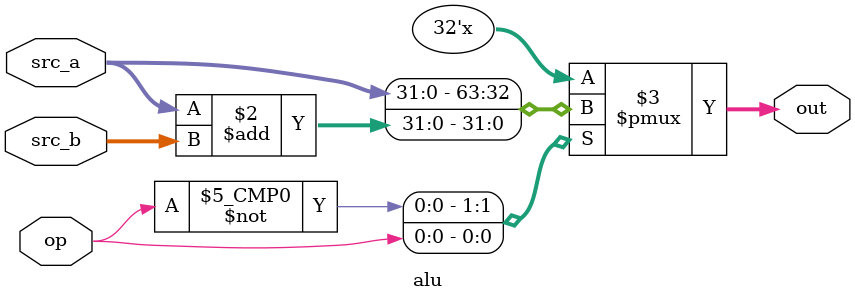
<source format=v>
module alu(
    input [31:0]src_a,
    input [31:0]src_b,
    input op,
    output reg [31:0]out
);

always @(*) begin
    case(op)
        1'b0: out = src_a;
        1'b1: out = src_a + src_b;
    endcase
end

endmodule
</source>
